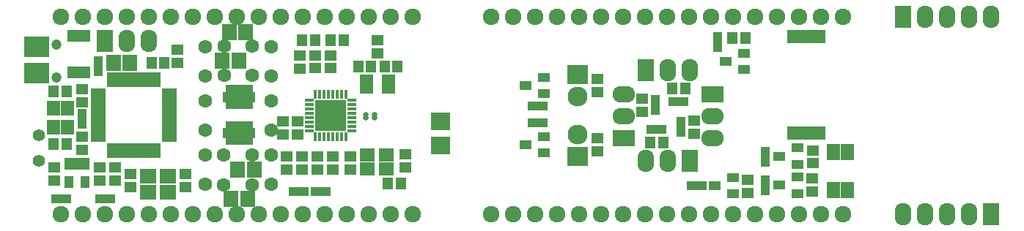
<source format=gbr>
%TF.GenerationSoftware,KiCad,Pcbnew,4.1.0-alpha+201607250105+6992~46~ubuntu15.10.1-product*%
%TF.CreationDate,2016-10-28T12:30:36+02:00*%
%TF.ProjectId,robot1,726F626F74312E6B696361645F706362,rev?*%
%TF.FileFunction,Soldermask,Top*%
%FSLAX46Y46*%
G04 Gerber Fmt 4.6, Leading zero omitted, Abs format (unit mm)*
G04 Created by KiCad (PCBNEW 4.1.0-alpha+201607250105+6992~46~ubuntu15.10.1-product) date Fri Oct 28 12:30:36 2016*
%MOMM*%
%LPD*%
G01*
G04 APERTURE LIST*
%ADD10C,0.100000*%
%ADD11R,1.400760X1.299160*%
%ADD12R,1.299160X1.400760*%
%ADD13R,1.898600X1.700480*%
%ADD14R,1.700480X1.898600*%
%ADD15R,2.899360X2.350720*%
%ADD16R,1.924000X2.599640*%
%ADD17O,1.924000X2.599640*%
%ADD18R,2.203400X2.000200*%
%ADD19R,0.650000X1.400000*%
%ADD20R,1.100000X0.650000*%
%ADD21R,0.650000X0.900000*%
%ADD22R,2.400000X1.300000*%
%ADD23R,0.985520X0.416560*%
%ADD24R,0.416560X0.985520*%
%ADD25R,1.861820X1.861820*%
%ADD26C,0.650000*%
%ADD27R,1.600000X1.800000*%
%ADD28R,1.500000X2.300000*%
%ADD29R,1.800000X1.600000*%
%ADD30R,1.098500X1.200100*%
%ADD31R,1.200100X1.098500*%
%ADD32R,1.700480X0.699720*%
%ADD33R,0.699720X1.700480*%
%ADD34R,2.599640X1.924000*%
%ADD35O,2.599640X1.924000*%
%ADD36C,1.197560*%
%ADD37R,4.400000X1.600000*%
%ADD38C,1.400000*%
%ADD39R,2.400000X2.300000*%
%ADD40C,2.300000*%
%ADD41R,1.400760X0.999440*%
%ADD42R,0.999440X1.400760*%
%ADD43C,1.600000*%
%ADD44C,1.924000*%
%ADD45R,1.500000X1.900000*%
G04 APERTURE END LIST*
D10*
G36*
X191374532Y-100473338D02*
X192574532Y-100473338D01*
X192574532Y-98873338D01*
X191374532Y-98873338D01*
X191374532Y-100473338D01*
G37*
G36*
X192824532Y-100473338D02*
X194024532Y-100473338D01*
X194024532Y-98873338D01*
X192824532Y-98873338D01*
X192824532Y-100473338D01*
G37*
G36*
X192874532Y-104973338D02*
X194074532Y-104973338D01*
X194074532Y-103373338D01*
X192874532Y-103373338D01*
X192874532Y-104973338D01*
G37*
G36*
X191374532Y-104973338D02*
X192574532Y-104973338D01*
X192574532Y-103373338D01*
X191374532Y-103373338D01*
X191374532Y-104973338D01*
G37*
D11*
X128397000Y-96149160D03*
X128397000Y-97652840D03*
D12*
X114670840Y-89408000D03*
X113167160Y-89408000D03*
D11*
X116205000Y-89397840D03*
X116205000Y-87894160D03*
D13*
X112776000Y-102489000D03*
X112776000Y-104394000D03*
D11*
X110744000Y-102245160D03*
X110744000Y-103748840D03*
X108966000Y-101483160D03*
X108966000Y-102986840D03*
X105156000Y-92466160D03*
X105156000Y-93969840D03*
X105156000Y-97927160D03*
X105156000Y-99430840D03*
D14*
X108775500Y-89408000D03*
X110680500Y-89408000D03*
D11*
X117094000Y-102245160D03*
X117094000Y-103748840D03*
D13*
X115062000Y-102489000D03*
X115062000Y-104394000D03*
D15*
X99949000Y-87503000D03*
X99949000Y-90551000D03*
D11*
X130556000Y-100213160D03*
X130556000Y-101716840D03*
X130048000Y-96149160D03*
X130048000Y-97652840D03*
X132334000Y-100213160D03*
X132334000Y-101716840D03*
D12*
X132059680Y-86741000D03*
X130556000Y-86741000D03*
D11*
X130302000Y-88529160D03*
X130302000Y-90032840D03*
X134112000Y-100213160D03*
X134112000Y-101716840D03*
X132080000Y-88519000D03*
X132080000Y-90022680D03*
D12*
X135371840Y-86741000D03*
X133868160Y-86741000D03*
D11*
X133858000Y-90022680D03*
X133858000Y-88519000D03*
X128778000Y-100213160D03*
X128778000Y-101716840D03*
D12*
X141594840Y-89789000D03*
X140091160Y-89789000D03*
X137043160Y-89789000D03*
X138546840Y-89789000D03*
D11*
X142494000Y-99959160D03*
X142494000Y-101462840D03*
X136144000Y-100213160D03*
X136144000Y-101716840D03*
D16*
X107823000Y-86868000D03*
D17*
X110363000Y-86868000D03*
X112903000Y-86868000D03*
D11*
X164657532Y-92769178D03*
X164657532Y-91265498D03*
D14*
X122364500Y-105156000D03*
X124269500Y-105156000D03*
X123126500Y-101727000D03*
X125031500Y-101727000D03*
X124079000Y-85852000D03*
X122174000Y-85852000D03*
X123253500Y-89154000D03*
X121348500Y-89154000D03*
D18*
X146533000Y-98996000D03*
X146533000Y-96202000D03*
D19*
X103775000Y-90505100D03*
X104275000Y-90505100D03*
X104775000Y-90505100D03*
X105275000Y-90505100D03*
X105775000Y-90505100D03*
X105775000Y-86278900D03*
X105275000Y-86278900D03*
X104775000Y-86278900D03*
X104275000Y-86278900D03*
X103775000Y-86278900D03*
D20*
X124667000Y-97286000D03*
X124667000Y-97786000D03*
X121967000Y-97786000D03*
D21*
X122567000Y-96586000D03*
X124567000Y-98486000D03*
X122067000Y-96586000D03*
X124567000Y-96586000D03*
X124067000Y-96586000D03*
X123567000Y-96586000D03*
X123067000Y-96586000D03*
X122067000Y-98486000D03*
X122567000Y-98486000D03*
X123067000Y-98486000D03*
X123567000Y-98486000D03*
X124067000Y-98486000D03*
D20*
X121967000Y-97286000D03*
D22*
X123317000Y-97536000D03*
D20*
X121967000Y-93595000D03*
X121967000Y-93095000D03*
X124667000Y-93095000D03*
D21*
X124067000Y-94295000D03*
X122067000Y-92395000D03*
X124567000Y-94295000D03*
X122067000Y-94295000D03*
X122567000Y-94295000D03*
X123067000Y-94295000D03*
X123567000Y-94295000D03*
X124567000Y-92395000D03*
X124067000Y-92395000D03*
X123567000Y-92395000D03*
X123067000Y-92395000D03*
X122567000Y-92395000D03*
D20*
X124667000Y-93595000D03*
D22*
X123317000Y-93345000D03*
D23*
X131384040Y-94254320D03*
X131384040Y-94754700D03*
X131384040Y-95255080D03*
X131384040Y-95752920D03*
X131384040Y-97251520D03*
D24*
X132110480Y-97977960D03*
X132608320Y-97977960D03*
X133108700Y-97977960D03*
X133609080Y-97977960D03*
X134106920Y-97977960D03*
X134607300Y-97977960D03*
D23*
X131384040Y-93756480D03*
D25*
X132996940Y-96365060D03*
X132996940Y-94642940D03*
X134719060Y-94642940D03*
X134719060Y-96365060D03*
D24*
X135107680Y-97977960D03*
X135605520Y-97977960D03*
D23*
X136331960Y-97251520D03*
X136331960Y-96753680D03*
X136331960Y-96253300D03*
X136331960Y-95752920D03*
X136331960Y-95255080D03*
X136331960Y-94754700D03*
X136331960Y-94254320D03*
X136331960Y-93756480D03*
D24*
X135605520Y-93030040D03*
X135107680Y-93030040D03*
X134607300Y-93030040D03*
X134106920Y-93030040D03*
D23*
X131384040Y-96253300D03*
X131384040Y-96753680D03*
D24*
X133609080Y-93030040D03*
X133108700Y-93030040D03*
X132608320Y-93030040D03*
X132110480Y-93030040D03*
D26*
X138922000Y-95777000D03*
X137922000Y-95777000D03*
X138922000Y-95377000D03*
X137922000Y-95377000D03*
D27*
X101844928Y-94619582D03*
X101844928Y-96819582D03*
X103444928Y-94619582D03*
X103444928Y-96819582D03*
D28*
X140549000Y-91821000D03*
X138049000Y-91821000D03*
D29*
X138092000Y-101638000D03*
X140292000Y-101638000D03*
X138092000Y-100038000D03*
X140292000Y-100038000D03*
D11*
X189549532Y-99520498D03*
X189549532Y-101024178D03*
X182056532Y-102949498D03*
X182056532Y-104453178D03*
D12*
X180288692Y-86556338D03*
X181792372Y-86556338D03*
D11*
X164657532Y-98123498D03*
X164657532Y-99627178D03*
X189524132Y-102786938D03*
X189524132Y-104290618D03*
D30*
X184088532Y-103025698D03*
X184088532Y-104122978D03*
X184088532Y-99723698D03*
X184088532Y-100820978D03*
D31*
X176681284Y-103640370D03*
X175584004Y-103640370D03*
D30*
X178562000Y-87543640D03*
X178562000Y-86446360D03*
X107061000Y-89240360D03*
X107061000Y-90337640D03*
D31*
X157250892Y-96335338D03*
X158348172Y-96335338D03*
X157250892Y-94430338D03*
X158348172Y-94430338D03*
X130723640Y-104267000D03*
X129626360Y-104267000D03*
X173506892Y-93922338D03*
X174604172Y-93922338D03*
D30*
X105184928Y-95297942D03*
X105184928Y-96395222D03*
X174309532Y-96294698D03*
X174309532Y-97391978D03*
D31*
X172064172Y-97097338D03*
X170966892Y-97097338D03*
D30*
X171388532Y-94851978D03*
X171388532Y-93754698D03*
D31*
X132166360Y-104267000D03*
X133263640Y-104267000D03*
D32*
X107054368Y-94215902D03*
X107054368Y-94716282D03*
X107054368Y-95216662D03*
X107054368Y-95714502D03*
X107054368Y-96214882D03*
X107054368Y-92714762D03*
X107054368Y-93215142D03*
X107054368Y-93715522D03*
D33*
X108403108Y-99565142D03*
X108903488Y-99565142D03*
X109403868Y-99565142D03*
X109904248Y-99565142D03*
X110404628Y-99565142D03*
X110905008Y-99565142D03*
X111402848Y-99565142D03*
X111903228Y-99565142D03*
D32*
X115253488Y-98216402D03*
X115253488Y-97716022D03*
X115253488Y-97215642D03*
X115253488Y-96715262D03*
X115253488Y-96214882D03*
X115253488Y-95714502D03*
X115253488Y-95216662D03*
X115253488Y-94716282D03*
D33*
X113904748Y-91366022D03*
X113404368Y-91366022D03*
X112903988Y-91366022D03*
X112403608Y-91366022D03*
X111903228Y-91366022D03*
X111402848Y-91366022D03*
X110905008Y-91366022D03*
X110404628Y-91366022D03*
D32*
X107054368Y-96715262D03*
X107054368Y-97215642D03*
X107054368Y-97716022D03*
X107054368Y-98216402D03*
D33*
X112403608Y-99565142D03*
X112903988Y-99565142D03*
X113404368Y-99565142D03*
X113904748Y-99565142D03*
D32*
X115253488Y-94215902D03*
X115253488Y-93715522D03*
X115253488Y-93215142D03*
X115253488Y-92714762D03*
D33*
X109904248Y-91366022D03*
X109403868Y-91366022D03*
X108903488Y-91366022D03*
X108403108Y-91366022D03*
D12*
X103396768Y-98767582D03*
X101893088Y-98767582D03*
X101893088Y-92671582D03*
X103396768Y-92671582D03*
D11*
X175833532Y-96091498D03*
X175833532Y-97595178D03*
X169864532Y-95055178D03*
X169864532Y-93551498D03*
D12*
X172267372Y-98621338D03*
X170763692Y-98621338D03*
X173303692Y-92398338D03*
X174807372Y-92398338D03*
D16*
X175325532Y-100780338D03*
D17*
X172785532Y-100780338D03*
X170245532Y-100780338D03*
D34*
X167705532Y-98113338D03*
D35*
X167705532Y-95573338D03*
X167705532Y-93033338D03*
D16*
X170245532Y-90239338D03*
D17*
X172785532Y-90239338D03*
X175325532Y-90239338D03*
D34*
X177992532Y-93033338D03*
D35*
X177992532Y-95573338D03*
X177992532Y-98113338D03*
D36*
X102222300Y-87256620D03*
X102224840Y-91053920D03*
D37*
X188787532Y-86329000D03*
X188787532Y-97529000D03*
D38*
X100182000Y-100785000D03*
X100182000Y-97785000D03*
D39*
X162371532Y-100272338D03*
D40*
X162371532Y-97732338D03*
D39*
X162371532Y-90747338D03*
D40*
X162371532Y-93287338D03*
D41*
X187771532Y-101161338D03*
X185658252Y-100208838D03*
X187771532Y-99256338D03*
X180313484Y-104567470D03*
X178200204Y-103614970D03*
X180313484Y-102662470D03*
X181589172Y-90175838D03*
X179475892Y-89223338D03*
X181589172Y-88270838D03*
X158475172Y-99827838D03*
X156361892Y-98875338D03*
X158475172Y-97922838D03*
X158475172Y-92969838D03*
X156361892Y-92017338D03*
X158475172Y-91064838D03*
X187812172Y-104526838D03*
X185698892Y-103574338D03*
X187812172Y-102621838D03*
D42*
X105537000Y-101092000D03*
X103632000Y-101092000D03*
X104584500Y-101092000D03*
X103632000Y-103205280D03*
X105537000Y-103205280D03*
D31*
X107274360Y-105156000D03*
X108371640Y-105156000D03*
X102194360Y-105156000D03*
X103291640Y-105156000D03*
D11*
X107188000Y-101483160D03*
X107188000Y-102986840D03*
X101981000Y-102997000D03*
X101981000Y-101493320D03*
D43*
X121541000Y-103505000D03*
X121541000Y-100105000D03*
X124841000Y-100105000D03*
X124841000Y-103505000D03*
X126991000Y-103455000D03*
X119391000Y-103455000D03*
X126991000Y-100055000D03*
X119391000Y-100055000D03*
X126991000Y-97155000D03*
X119391000Y-97155000D03*
X124850000Y-87470000D03*
X124850000Y-90870000D03*
X121550000Y-90870000D03*
X121550000Y-87470000D03*
X119400000Y-87520000D03*
X127000000Y-87520000D03*
X119400000Y-90920000D03*
X127000000Y-90920000D03*
X119400000Y-93820000D03*
X127000000Y-93820000D03*
D44*
X143383000Y-106934000D03*
X140843000Y-106934000D03*
X138303000Y-106934000D03*
X135763000Y-106934000D03*
X133223000Y-106934000D03*
X130683000Y-106934000D03*
X128143000Y-106934000D03*
X125603000Y-106934000D03*
X123063000Y-106934000D03*
X120523000Y-106934000D03*
X117983000Y-106934000D03*
X115443000Y-106934000D03*
X112903000Y-106934000D03*
X110363000Y-106934000D03*
X107823000Y-106934000D03*
X105283000Y-106934000D03*
X102743000Y-106934000D03*
X102743000Y-84074000D03*
X105283000Y-84074000D03*
X107823000Y-84074000D03*
X110363000Y-84074000D03*
X112903000Y-84074000D03*
X115443000Y-84074000D03*
X117983000Y-84074000D03*
X120523000Y-84074000D03*
X123063000Y-84074000D03*
X125603000Y-84074000D03*
X128143000Y-84074000D03*
X130683000Y-84074000D03*
X133223000Y-84074000D03*
X135763000Y-84074000D03*
X138303000Y-84074000D03*
X140843000Y-84074000D03*
X143383000Y-84074000D03*
X193040000Y-106934000D03*
X190500000Y-106934000D03*
X187960000Y-106934000D03*
X185420000Y-106934000D03*
X182880000Y-106934000D03*
X180340000Y-106934000D03*
X177800000Y-106934000D03*
X175260000Y-106934000D03*
X172720000Y-106934000D03*
X170180000Y-106934000D03*
X167640000Y-106934000D03*
X165100000Y-106934000D03*
X162560000Y-106934000D03*
X160020000Y-106934000D03*
X157480000Y-106934000D03*
X154940000Y-106934000D03*
X152400000Y-106934000D03*
X152400000Y-84074000D03*
X154940000Y-84074000D03*
X157480000Y-84074000D03*
X160020000Y-84074000D03*
X162560000Y-84074000D03*
X165100000Y-84074000D03*
X167640000Y-84074000D03*
X170180000Y-84074000D03*
X172720000Y-84074000D03*
X175260000Y-84074000D03*
X177800000Y-84074000D03*
X180340000Y-84074000D03*
X182880000Y-84074000D03*
X185420000Y-84074000D03*
X187960000Y-84074000D03*
X190500000Y-84074000D03*
X193040000Y-84074000D03*
D16*
X200025000Y-84074000D03*
D17*
X202565000Y-84074000D03*
X205105000Y-84074000D03*
X207645000Y-84074000D03*
X210185000Y-84074000D03*
D16*
X210185000Y-106934000D03*
D17*
X207645000Y-106934000D03*
X205105000Y-106934000D03*
X202565000Y-106934000D03*
X200025000Y-106934000D03*
D45*
X191924532Y-99723338D03*
X193524532Y-99723338D03*
X193524532Y-104123338D03*
X191924532Y-104123338D03*
D12*
X141975840Y-103378000D03*
X140472160Y-103378000D03*
D11*
X139319000Y-88254840D03*
X139319000Y-86751160D03*
M02*

</source>
